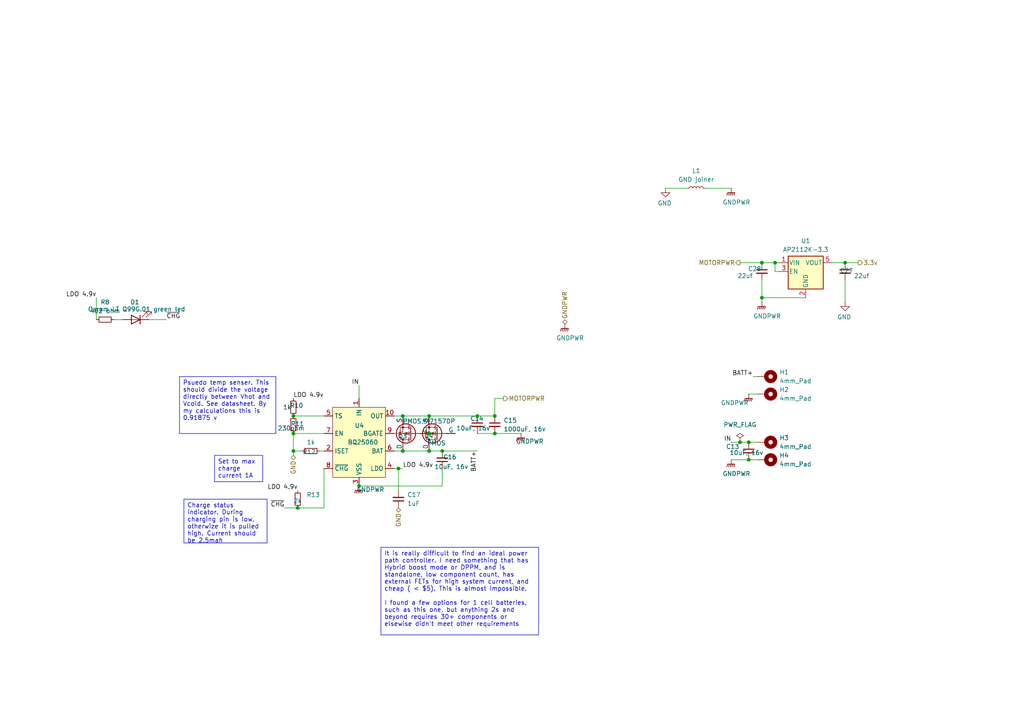
<source format=kicad_sch>
(kicad_sch (version 20231120) (generator "eeschema") (generator_version "8.0")
  (paper "A4")
  (title_block (date "2024-03-29") (rev "V1 Alpha"))
  (lib_symbols
    (symbol "Device:C_Small" (pin_numbers hide) (pin_names (offset 0.254) hide)
      (property "Reference" "C" (at 0.254 1.778 0))
      (property "Value" "C_Small" (at 0.254 -2.032 0))
      (symbol "C_Small_0_1"
        (polyline (pts (xy -1.524 -0.508) (xy 1.524 -0.508)) (stroke (width 0.3302)))
        (polyline (pts (xy -1.524 0.508) (xy 1.524 0.508)) (stroke (width 0.3048)))
      )
      (symbol "C_Small_1_1"
        (pin passive line (at 0 2.54 270) (length 2.032) (name "~") (number "1"))
        (pin passive line (at 0 -2.54 90) (length 2.032) (name "~") (number "2"))
      )
    )
    (symbol "Device:LED" (pin_numbers hide) (pin_names (offset 1.016) hide)
      (property "Reference" "D" (at 0 2.54 0))
      (property "Value" "LED" (at 0 -2.54 0))
      (symbol "LED_0_1"
        (polyline (pts (xy -1.27 -1.27) (xy -1.27 1.27)) (stroke (width 0.254)))
        (polyline (pts (xy -1.27 0) (xy 1.27 0)))
        (polyline (pts (xy 1.27 -1.27) (xy 1.27 1.27) (xy -1.27 0) (xy 1.27 -1.27)) (stroke (width 0.254)))
        (polyline (pts (xy -3.048 -0.762) (xy -4.572 -2.286) (xy -3.81 -2.286) (xy -4.572 -2.286) (xy -4.572 -1.524)))
        (polyline (pts (xy -1.778 -0.762) (xy -3.302 -2.286) (xy -2.54 -2.286) (xy -3.302 -2.286) (xy -3.302 -1.524)))
      )
      (symbol "LED_1_1"
        (pin passive line (at -3.81 0 0) (length 2.54) (name "K") (number "1"))
        (pin passive line (at 3.81 0 180) (length 2.54) (name "A") (number "2"))
      )
    )
    (symbol "Device:L_Small" (pin_numbers hide) (pin_names (offset 0.254) hide)
      (property "Reference" "L" (at 0.762 1.016 0))
      (property "Value" "L_Small" (at 0.762 -1.016 0))
      (symbol "L_Small_0_1"
        (arc (start 0 -2.032) (mid 0.5058 -1.524) (end 0 -1.016))
        (arc (start 0 -1.016) (mid 0.5058 -0.508) (end 0 0))
        (arc (start 0 0) (mid 0.5058 0.508) (end 0 1.016))
        (arc (start 0 1.016) (mid 0.5058 1.524) (end 0 2.032))
      )
      (symbol "L_Small_1_1"
        (pin passive line (at 0 2.54 270) (length 0.508) (name "~") (number "1"))
        (pin passive line (at 0 -2.54 90) (length 0.508) (name "~") (number "2"))
      )
    )
    (symbol "Device:R_Small" (pin_numbers hide) (pin_names (offset 0.254) hide)
      (property "Reference" "R" (at 0.762 0.508 0))
      (property "Value" "R_Small" (at 0.762 -1.016 0))
      (symbol "R_Small_0_1"
        (rectangle (start -0.762 1.778) (end 0.762 -1.778) (stroke (width 0.2032)))
      )
      (symbol "R_Small_1_1"
        (pin passive line (at 0 2.54 270) (length 0.762) (name "~") (number "1"))
        (pin passive line (at 0 -2.54 90) (length 0.762) (name "~") (number "2"))
      )
    )
    (symbol "Mechanical:MountingHole_Pad" (pin_numbers hide) (pin_names (offset 1.016) hide) (exclude_from_sim yes) (in_bom no)
      (property "Reference" "H" (at 0 6.35 0))
      (property "Value" "MountingHole_Pad" (at 0 4.445 0))
      (symbol "MountingHole_Pad_0_1"
        (circle (center 0 1.27) (radius 1.27) (stroke (width 1.27)))
      )
      (symbol "MountingHole_Pad_1_1"
        (pin input line (at 0 -2.54 90) (length 2.54) (name "1") (number "1"))
      )
    )
    (symbol "Regulator_Linear:AP2112K-3.3" (pin_names (offset 0.254))
      (property "Reference" "U" (at -5.08 5.715 0))
      (property "Value" "AP2112K-3.3" (at 0 5.715 0))
      (symbol "AP2112K-3.3_0_1"
        (rectangle (start -5.08 4.445) (end 5.08 -5.08) (stroke (width 0.254)) (fill (type background)))
      )
      (symbol "AP2112K-3.3_1_1"
        (pin power_in line (at -7.62 2.54 0) (length 2.54) (name "VIN") (number "1"))
        (pin power_in line (at 0 -7.62 90) (length 2.54) (name "GND") (number "2"))
        (pin input line (at -7.62 0 0) (length 2.54) (name "EN") (number "3"))
        (pin no_connect line (at 5.08 0 180) (length 2.54) hide (name "NC") (number "4"))
        (pin power_out line (at 7.62 2.54 180) (length 2.54) (name "VOUT") (number "5"))
      )
    )
    (symbol "Simulation_SPICE:PMOS" (pin_numbers hide) (pin_names (offset 0))
      (property "Reference" "Q1" (at 1.27 0.762 0))
      (property "Value" "PMOS, TPH1R712MDL1Q" (at -4.318 -1.778 0))
      (symbol "PMOS_0_1"
        (polyline (pts (xy 0.254 0) (xy -2.54 0)))
        (polyline (pts (xy 0.254 1.905) (xy 0.254 -1.905)) (stroke (width 0.254)))
        (polyline (pts (xy 0.762 -1.27) (xy 0.762 -2.286)) (stroke (width 0.254)))
        (polyline (pts (xy 0.762 0.508) (xy 0.762 -0.508)) (stroke (width 0.254)))
        (polyline (pts (xy 0.762 2.286) (xy 0.762 1.27)) (stroke (width 0.254)))
        (polyline (pts (xy 2.54 2.54) (xy 2.54 1.778)))
        (polyline (pts (xy 2.54 -2.54) (xy 2.54 0) (xy 0.762 0)))
        (polyline (pts (xy 0.762 1.778) (xy 3.302 1.778) (xy 3.302 -1.778) (xy 0.762 -1.778)))
        (polyline (pts (xy 2.286 0) (xy 1.27 0.381) (xy 1.27 -0.381) (xy 2.286 0)) (fill (type outline)))
        (polyline (pts (xy 2.794 -0.508) (xy 2.921 -0.381) (xy 3.683 -0.381) (xy 3.81 -0.254)))
        (polyline (pts (xy 3.302 -0.381) (xy 2.921 0.254) (xy 3.683 0.254) (xy 3.302 -0.381)))
        (circle (center 1.651 0) (radius 2.794) (stroke (width 0.254)))
        (circle (center 2.54 -1.778) (radius 0.254) (fill (type outline)))
        (circle (center 2.54 1.778) (radius 0.254) (fill (type outline)))
      )
      (symbol "PMOS_1_1"
        (pin passive line (at 2.54 -5.08 90) (length 2.54) (name "S") (number "1"))
        (pin passive line (at 2.54 -5.08 90) (length 2.54) (name "S") (number "2"))
        (pin passive line (at 2.54 -5.08 90) (length 2.54) (name "S") (number "3"))
        (pin input line (at -5.08 0 0) (length 2.54) (name "G") (number "4"))
        (pin passive line (at 2.54 5.08 270) (length 2.54) (name "D") (number "5"))
      )
    )
    (symbol "custom_Battery_Management:BQ25060"
      (property "Reference" "U" (at -6.35 11.43 0))
      (property "Value" "BQ25060" (at 7.62 11.43 0))
      (symbol "BQ25060_1_1"
        (rectangle (start -7.62 10.16) (end 7.62 -10.16) (fill (type background)))
        (pin power_in line (at 0 12.7 270) (length 2.54) (name "IN") (number "1"))
        (pin power_out line (at 10.16 7.62 180) (length 2.54) (name "OUT") (number "10"))
        (pin passive line (at 0 -12.7 90) (length 2.54) hide (name "VSS") (number "11"))
        (pin input line (at -10.16 -2.54 0) (length 2.54) (name "ISET") (number "2"))
        (pin power_in line (at 0 -12.7 90) (length 2.54) (name "VSS") (number "3"))
        (pin power_out line (at 10.16 -7.62 180) (length 2.54) (name "LDO") (number "4"))
        (pin input line (at -10.16 7.62 0) (length 2.54) (name "TS") (number "5"))
        (pin power_out line (at 10.16 -2.54 180) (length 2.54) (name "BAT") (number "6"))
        (pin input line (at -10.16 2.54 0) (length 2.54) (name "EN") (number "7"))
        (pin open_collector line (at -10.16 -7.62 0) (length 2.54) (name "~{CHG}") (number "8"))
        (pin output line (at 10.16 2.54 180) (length 2.54) (name "BGATE") (number "9"))
      )
    )
    (symbol "power:GND" (power) (pin_numbers hide) (pin_names (offset 0) hide)
      (property "Value" "GND" (at 0 -3.81 0))
      (symbol "GND_0_1"
        (polyline (pts (xy 0 0) (xy 0 -1.27) (xy 1.27 -1.27) (xy 0 -2.54) (xy -1.27 -1.27) (xy 0 -1.27)))
      )
      (symbol "GND_1_1"
        (pin power_in line (at 0 0 270) (length 0) (name "~") (number "1"))
      )
    )
    (symbol "power:GNDPWR" (power) (pin_numbers hide) (pin_names (offset 0) hide)
      (property "Value" "GNDPWR" (at 0 -3.302 0))
      (symbol "GNDPWR_0_1"
        (polyline (pts (xy 0 -1.27) (xy 0 0)))
        (polyline (pts (xy -1.016 -1.27) (xy -1.27 -2.032) (xy -1.27 -2.032)) (stroke (width 0.2032)))
        (polyline (pts (xy -0.508 -1.27) (xy -0.762 -2.032) (xy -0.762 -2.032)) (stroke (width 0.2032)))
        (polyline (pts (xy 0 -1.27) (xy -0.254 -2.032) (xy -0.254 -2.032)) (stroke (width 0.2032)))
        (polyline (pts (xy 0.508 -1.27) (xy 0.254 -2.032) (xy 0.254 -2.032)) (stroke (width 0.2032)))
        (polyline (pts (xy 1.016 -1.27) (xy -1.016 -1.27) (xy -1.016 -1.27)) (stroke (width 0.2032)))
        (polyline (pts (xy 1.016 -1.27) (xy 0.762 -2.032) (xy 0.762 -2.032) (xy 0.762 -2.032)) (stroke (width 0.2032)))
      )
      (symbol "GNDPWR_1_1"
        (pin power_in line (at 0 0 270) (length 0) (name "~") (number "1"))
      )
    )
    (symbol "power:PWR_FLAG" (power) (pin_numbers hide) (pin_names (offset 0) hide)
      (property "Value" "PWR_FLAG" (at 0 3.81 0))
      (symbol "PWR_FLAG_0_0"
        (pin power_out line (at 0 0 90) (length 0) (name "~") (number "1"))
      )
      (symbol "PWR_FLAG_0_1"
        (polyline (pts (xy 0 0) (xy 0 1.27) (xy -1.016 1.905) (xy 0 2.54) (xy 1.016 1.905) (xy 0 1.27)))
      )
    )
  )
  (junction (at 245.11 76.2))
  (junction (at 85.09 130.81))
  (junction (at 143.51 120.65))
  (junction (at 124.46 130.81))
  (junction (at 116.84 130.81))
  (junction (at 220.98 86.36))
  (junction (at 128.27 130.81))
  (junction (at 124.46 120.65))
  (junction (at 220.98 76.2))
  (junction (at 224.79 76.2))
  (junction (at 86.36 147.32))
  (junction (at 104.14 140.97))
  (junction (at 115.57 135.89))
  (junction (at 217.17 133.35))
  (junction (at 214.63 128.27))
  (junction (at 116.84 120.65))
  (junction (at 143.51 125.73))
  (junction (at 85.09 120.65))
  (junction (at 217.17 128.27))
  (junction (at 124.46 125.73))
  (junction (at 85.09 125.73))
  (junction (at 138.43 120.65))
  (wire (pts (xy 214.63 128.27) (xy 217.17 128.27)))
  (wire (pts (xy 233.68 86.36) (xy 220.98 86.36)))
  (wire (pts (xy 27.94 86.36) (xy 27.94 92.71)))
  (wire (pts (xy 220.98 81.28) (xy 220.98 86.36)))
  (wire (pts (xy 114.3 130.81) (xy 116.84 130.81)))
  (wire (pts (xy 116.84 120.65) (xy 124.46 120.65)))
  (wire (pts (xy 143.51 115.57) (xy 143.51 120.65)))
  (wire (pts (xy 245.11 81.28) (xy 245.11 87.63)))
  (wire (pts (xy 114.3 120.65) (xy 116.84 120.65)))
  (wire (pts (xy 204.47 54.61) (xy 212.09 54.61)))
  (wire (pts (xy 214.63 76.2) (xy 220.98 76.2)))
  (wire (pts (xy 124.46 120.65) (xy 138.43 120.65)))
  (wire (pts (xy 226.06 78.74) (xy 224.79 78.74)))
  (wire (pts (xy 115.57 135.89) (xy 115.57 142.24)))
  (wire (pts (xy 128.27 135.89) (xy 128.27 140.97)))
  (wire (pts (xy 115.57 135.89) (xy 116.84 135.89)))
  (wire (pts (xy 85.09 130.81) (xy 85.09 132.08)))
  (wire (pts (xy 143.51 115.57) (xy 146.05 115.57)))
  (wire (pts (xy 224.79 78.74) (xy 224.79 76.2)))
  (wire (pts (xy 93.98 147.32) (xy 86.36 147.32)))
  (wire (pts (xy 212.09 133.35) (xy 217.17 133.35)))
  (wire (pts (xy 35.56 92.71) (xy 33.02 92.71)))
  (wire (pts (xy 104.14 140.97) (xy 128.27 140.97)))
  (wire (pts (xy 92.71 130.81) (xy 93.98 130.81)))
  (wire (pts (xy 138.43 125.73) (xy 143.51 125.73)))
  (wire (pts (xy 114.3 135.89) (xy 115.57 135.89)))
  (wire (pts (xy 143.51 120.65) (xy 138.43 120.65)))
  (wire (pts (xy 220.98 86.36) (xy 220.98 87.63)))
  (wire (pts (xy 217.17 128.27) (xy 219.71 128.27)))
  (wire (pts (xy 193.04 54.61) (xy 199.39 54.61)))
  (wire (pts (xy 224.79 76.2) (xy 226.06 76.2)))
  (wire (pts (xy 212.09 128.27) (xy 214.63 128.27)))
  (wire (pts (xy 245.11 76.2) (xy 248.92 76.2)))
  (wire (pts (xy 104.14 111.76) (xy 104.14 115.57)))
  (wire (pts (xy 124.46 125.73) (xy 132.08 125.73)))
  (wire (pts (xy 241.3 76.2) (xy 245.11 76.2)))
  (wire (pts (xy 114.3 125.73) (xy 124.46 125.73)))
  (wire (pts (xy 85.09 125.73) (xy 85.09 130.81)))
  (wire (pts (xy 218.44 109.22) (xy 219.71 109.22)))
  (wire (pts (xy 220.98 76.2) (xy 224.79 76.2)))
  (wire (pts (xy 143.51 125.73) (xy 151.13 125.73)))
  (wire (pts (xy 93.98 147.32) (xy 93.98 135.89)))
  (wire (pts (xy 124.46 130.81) (xy 128.27 130.81)))
  (wire (pts (xy 85.09 130.81) (xy 87.63 130.81)))
  (wire (pts (xy 43.18 92.71) (xy 48.26 92.71)))
  (wire (pts (xy 116.84 130.81) (xy 124.46 130.81)))
  (wire (pts (xy 93.98 125.73) (xy 85.09 125.73)))
  (wire (pts (xy 86.36 147.32) (xy 82.55 147.32)))
  (wire (pts (xy 128.27 130.81) (xy 138.43 130.81)))
  (wire (pts (xy 217.17 133.35) (xy 219.71 133.35)))
  (wire (pts (xy 85.09 120.65) (xy 93.98 120.65)))
  (wire (pts (xy 217.17 114.3) (xy 219.71 114.3)))
  (text_box "Charge status indicator. During charging pin is low, otherwize it is pulled high. Current should be 2.5mah" (at 53.34 144.78 0) (size 24.13 12.7) (effects (font (size 1.27 1.27)) (justify left top)))
  (text_box "It is really difficult to find an ideal power path controller. I need something that has Hybrid boost mode or DPPM, and is standalone, low component count, has external FETs for high system current, and cheap ( < $5). This is almost impossible. \n\nI found a few options for 1 cell batteries, such as this one, but anything 2s and beyond requires 30+ components or elsewise didn't meet other requirements" (at 110.49 158.75 0) (size 45.72 25.4) (effects (font (size 1.27 1.27)) (justify left top)))
  (text_box "Psuedo temp senser. This should divide the voltage directly between Vhot and Vcold. See datasheet. By my calculations this is 0.91875 v" (at 52.07 109.22 0) (size 27.94 16.51) (effects (font (size 1.27 1.27)) (justify left top)))
  (text_box "Set to max charge current 1A" (at 62.23 132.08 0) (size 13.97 7.62) (effects (font (size 1.27 1.27)) (justify left top)))
  (label "BATT+" (at 218.44 109.22 180))
  (label "BATT+" (at 138.43 130.81 270))
  (label "~{CHG}" (at 82.55 147.32 180))
  (label "LDO 4.9v" (at 85.09 115.57 0))
  (label "LDO 4.9v" (at 86.36 142.24 180))
  (label "IN" (at 104.14 111.76 180))
  (label "~{CHG}" (at 48.26 92.71 0))
  (label "LDO 4.9v" (at 27.94 86.36 180))
  (label "LDO 4.9v" (at 116.84 135.89 0))
  (label "IN" (at 212.09 128.27 180))
  (hierarchical_label "MOTORPWR" (shape output) (at 214.63 76.2 180))
  (hierarchical_label "GND" (shape bidirectional) (at 115.57 147.32 270))
  (hierarchical_label "3.3v" (shape output) (at 248.92 76.2 0))
  (hierarchical_label "MOTORPWR" (shape output) (at 146.05 115.57 0))
  (hierarchical_label "GNDPWR" (shape bidirectional) (at 163.83 93.98 90))
  (hierarchical_label "GND" (shape bidirectional) (at 85.09 132.08 270))
  (symbol (lib_id "power:GND") (at 245.11 87.63 0) (unit 1)
    (property "Reference" "#PWR05" (effects (hide yes)))
    (property "Value" "GND" (at 244.856 91.948 0))
    (property "Description" "Power symbol creates a global label with name \"GND\" , ground" (effects (hide yes)))
  )
  (symbol (lib_id "Device:R_Small") (at 30.48 92.71 90) (unit 1)
    (property "Reference" "R8" (at 30.48 87.63 90))
    (property "Value" "402 ohm" (at 30.48 90.17 90))
    (property "Footprint" "Resistor_SMD:R_0603_1608Metric" (effects (hide yes)))
    (property "Description" "Resistor, small symbol" (effects (hide yes)))
  )
  (symbol (lib_id "Device:C_Small") (at 115.57 144.78 180) (unit 1)
    (property "Reference" "C17" (at 118.11 143.5035 0) (effects (justify right)))
    (property "Value" "1uF" (at 118.11 146.0435 0) (effects (justify right)))
    (property "Footprint" "Capacitor_SMD:C_0603_1608Metric_Pad1.08x0.95mm_HandSolder" (effects (hide yes)))
    (property "Description" "Unpolarized capacitor, small symbol" (effects (hide yes)))
  )
  (symbol (lib_id "Device:R_Small") (at 85.09 118.11 0) (unit 1)
    (property "Reference" "R10" (at 84.074 117.602 0) (effects (justify left)))
    (property "Value" "1k" (at 82.042 118.11 0) (effects (justify left)))
    (property "Footprint" "Resistor_SMD:R_0603_1608Metric_Pad0.98x0.95mm_HandSolder" (effects (hide yes)))
    (property "Description" "Resistor, small symbol" (effects (hide yes)))
  )
  (symbol (lib_id "Device:C_Small") (at 217.17 130.81 0) (unit 1)
    (property "Reference" "C13" (at 210.566 129.54 0) (effects (justify left)))
    (property "Value" "10uF, 16v" (at 211.582 131.318 0) (effects (justify left)))
    (property "Footprint" "Capacitor_SMD:C_0603_1608Metric_Pad1.08x0.95mm_HandSolder" (effects (hide yes)))
    (property "Description" "Unpolarized capacitor, small symbol" (effects (hide yes)))
  )
  (symbol (lib_id "Device:C_Small") (at 128.27 133.35 180) (unit 1)
    (property "Reference" "C16" (at 128.524 132.588 0) (effects (justify right)))
    (property "Value" "10uF, 16v" (at 125.984 135.382 0) (effects (justify right)))
    (property "Footprint" "Capacitor_SMD:C_0603_1608Metric_Pad1.08x0.95mm_HandSolder" (effects (hide yes)))
    (property "Description" "Unpolarized capacitor, small symbol" (effects (hide yes)))
  )
  (symbol (lib_id "power:GNDPWR") (at 220.98 87.63 0) (unit 1)
    (property "Reference" "#PWR038" (effects (hide yes)))
    (property "Value" "GNDPWR" (at 222.504 91.694 0))
    (property "Description" "Power symbol creates a global label with name \"GNDPWR\" , global ground" (effects (hide yes)))
  )
  (symbol (lib_id "power:PWR_FLAG") (at 214.63 128.27 0) (unit 1)
    (property "Reference" "#FLG05" (effects (hide yes)))
    (property "Value" "PWR_FLAG" (at 214.63 123.19 0))
    (property "Description" "Special symbol for telling ERC where power comes from" (effects (hide yes)))
  )
  (symbol (lib_id "Device:LED") (at 39.37 92.71 180) (unit 1)
    (property "Reference" "D1" (at 39.116 87.63 0))
    (property "Value" "Osram LT Q99G.01 green led" (at 39.624 89.662 0))
    (property "Footprint" "LED_SMD:LED_0603_1608Metric_Pad1.05x0.95mm_HandSolder" (effects (hide yes)))
    (property "Description" "Light emitting diode" (effects (hide yes)))
  )
  (symbol (lib_id "Device:R_Small") (at 90.17 130.81 90) (unit 1)
    (property "Reference" "R12" (at 89.662 131.064 90))
    (property "Value" "1k" (at 90.17 128.27 90))
    (property "Footprint" "Resistor_SMD:R_0603_1608Metric_Pad0.98x0.95mm_HandSolder" (effects (hide yes)))
    (property "Description" "Resistor, small symbol" (effects (hide yes)))
  )
  (symbol (lib_id "power:GND") (at 193.04 54.61 0) (unit 1)
    (property "Reference" "#PWR011" (effects (hide yes)))
    (property "Value" "GND" (at 192.786 58.928 0))
    (property "Description" "Power symbol creates a global label with name \"GND\" , ground" (effects (hide yes)))
  )
  (symbol (lib_id "Device:C_Small") (at 143.51 123.19 0) (unit 1)
    (property "Reference" "C15" (at 146.05 121.9262 0) (effects (justify left)))
    (property "Value" "1000uF, 16v" (at 146.05 124.4662 0) (effects (justify left)))
    (property "Footprint" "Capacitor_THT:C_Radial_D5.0mm_H5.0mm_P2.00mm" (effects (hide yes)))
    (property "Description" "Unpolarized capacitor, small symbol" (effects (hide yes)))
  )
  (symbol (lib_id "Device:R_Small") (at 86.36 144.78 180) (unit 1)
    (property "Reference" "R13" (at 88.9 143.5099 0) (effects (justify right)))
    (property "Value" "2k" (at 85.09 145.288 0) (effects (justify right)))
    (property "Footprint" "Resistor_SMD:R_0603_1608Metric_Pad0.98x0.95mm_HandSolder" (effects (hide yes)))
    (property "Description" "Resistor, small symbol" (effects (hide yes)))
  )
  (symbol (lib_id "Mechanical:MountingHole_Pad") (at 222.25 133.35 270) (unit 1) (exclude_from_sim yes) (in_bom no)
    (property "Reference" "H4" (at 226.06 132.0799 90) (effects (justify left)))
    (property "Value" "4mm_Pad" (at 226.06 134.6199 90) (effects (justify left)))
    (property "Footprint" "TestPoint:TestPoint_Pad_4.0x4.0mm" (effects (hide yes)))
    (property "Description" "Mounting Hole with connection" (effects (hide yes)))
  )
  (symbol (lib_id "Device:R_Small") (at 85.09 123.19 0) (unit 1)
    (property "Reference" "R11" (at 84.328 122.936 0) (effects (justify left)))
    (property "Value" "230ohm" (at 80.518 124.206 0) (effects (justify left)))
    (property "Footprint" "Resistor_SMD:R_0603_1608Metric_Pad0.98x0.95mm_HandSolder" (effects (hide yes)))
    (property "Description" "Resistor, small symbol" (effects (hide yes)))
  )
  (symbol (lib_id "Regulator_Linear:AP2112K-3.3") (at 233.68 78.74 0) (unit 1)
    (property "Reference" "U1" (at 233.68 69.85 0))
    (property "Value" "AP2112K-3.3" (at 233.68 72.39 0))
    (property "Footprint" "Package_TO_SOT_SMD:SOT-23-5" (effects (hide yes)))
    (property "Datasheet" "https://www.diodes.com/assets/Datasheets/AP2112.pdf" (effects (hide yes)))
    (property "Description" "600mA low dropout linear regulator, with enable pin, 3.8V-6V input voltage range, 3.3V fixed positive output, SOT-23-5" (effects (hide yes)))
  )
  (symbol (lib_id "Simulation_SPICE:PMOS") (at 119.38 125.73 180) (unit 1)
    (property "Reference" "Q3" (at 118.11 126.492 0) (effects (justify left)))
    (property "Value" "PMOS,Si7157DP" (at 132.08 122.174 0) (effects (justify left)))
    (property "Footprint" "Package_DFN_QFN:PQFN-8-EP_6x5mm_P1.27mm_Generic" (effects (hide yes)))
    (property "Datasheet" "https://ngspice.sourceforge.io/docs/ngspice-html-manual/manual.xhtml#cha_MOSFETs" (effects (hide yes)))
    (property "Description" "P-MOSFET transistor, TPH1R712MD,L1Q " (effects (hide yes)))
    (property "Sim.Device" "PMOS" (effects (hide yes)))
    (property "Sim.Type" "VDMOS" (effects (hide yes)))
    (property "Sim.Pins" "1,2,3=S 4=G 5=D" (effects (hide yes)))
  )
  (symbol (lib_id "power:GNDPWR") (at 104.14 140.97 0) (unit 1)
    (property "Reference" "#PWR022" (effects (hide yes)))
    (property "Value" "GNDPWR" (at 107.442 141.986 0))
    (property "Description" "Power symbol creates a global label with name \"GNDPWR\" , global ground" (effects (hide yes)))
  )
  (symbol (lib_id "Mechanical:MountingHole_Pad") (at 222.25 109.22 270) (unit 1) (exclude_from_sim yes) (in_bom no)
    (property "Reference" "H1" (at 226.06 107.9499 90) (effects (justify left)))
    (property "Value" "4mm_Pad" (at 226.06 110.4899 90) (effects (justify left)))
    (property "Footprint" "TestPoint:TestPoint_Pad_4.0x4.0mm" (effects (hide yes)))
    (property "Description" "Mounting Hole with connection" (effects (hide yes)))
  )
  (symbol (lib_id "Device:C_Small") (at 220.98 78.74 0) (unit 1)
    (property "Reference" "C28" (at 216.916 77.978 0) (effects (justify left)))
    (property "Value" "22uf" (at 213.868 80.01 0) (effects (justify left)))
    (property "Footprint" "Capacitor_SMD:C_0603_1608Metric" (effects (hide yes)))
    (property "Description" "Unpolarized capacitor, small symbol" (effects (hide yes)))
  )
  (symbol (lib_id "Mechanical:MountingHole_Pad") (at 222.25 114.3 270) (unit 1) (exclude_from_sim yes) (in_bom no)
    (property "Reference" "H2" (at 226.06 113.0299 90) (effects (justify left)))
    (property "Value" "4mm_Pad" (at 226.06 115.5699 90) (effects (justify left)))
    (property "Footprint" "TestPoint:TestPoint_Pad_4.0x4.0mm" (effects (hide yes)))
    (property "Description" "Mounting Hole with connection" (effects (hide yes)))
  )
  (symbol (lib_id "Device:L_Small") (at 201.93 54.61 90) (unit 1)
    (property "Reference" "L1" (at 201.93 49.53 90))
    (property "Value" "GND joiner" (at 201.93 52.07 90))
    (property "Footprint" "Jumper:SolderJumper-2_P1.3mm_Bridged_Pad1.0x1.5mm" (effects (hide yes)))
    (property "Description" "Inductor, small symbol" (effects (hide yes)))
  )
  (symbol (lib_id "Simulation_SPICE:PMOS") (at 127 125.73 180) (unit 1)
    (property "Reference" "Q4" (at 125.73 126.492 0) (effects (justify left)))
    (property "Value" "PMOS" (at 129.286 128.524 0) (effects (justify left)))
    (property "Footprint" "Package_DFN_QFN:PQFN-8-EP_6x5mm_P1.27mm_Generic" (effects (hide yes)))
    (property "Datasheet" "https://ngspice.sourceforge.io/docs/ngspice-html-manual/manual.xhtml#cha_MOSFETs" (effects (hide yes)))
    (property "Description" "P-MOSFET transistor, TPH1R712MD,L1Q " (effects (hide yes)))
    (property "Sim.Device" "PMOS" (effects (hide yes)))
    (property "Sim.Type" "VDMOS" (effects (hide yes)))
    (property "Sim.Pins" "1,2,3=S 4=G 5=D" (effects (hide yes)))
  )
  (symbol (lib_id "power:GNDPWR") (at 151.13 125.73 0) (unit 1)
    (property "Reference" "#PWR020" (effects (hide yes)))
    (property "Value" "GNDPWR" (at 153.67 128.016 0))
    (property "Description" "Power symbol creates a global label with name \"GNDPWR\" , global ground" (effects (hide yes)))
  )
  (symbol (lib_id "Device:C_Small") (at 138.43 123.19 0) (unit 1)
    (property "Reference" "C14" (at 136.398 121.412 0) (effects (justify left)))
    (property "Value" "10uF, 16v" (at 132.334 124.206 0) (effects (justify left)))
    (property "Footprint" "Capacitor_SMD:C_0603_1608Metric_Pad1.08x0.95mm_HandSolder" (effects (hide yes)))
    (property "Description" "Unpolarized capacitor, small symbol" (effects (hide yes)))
  )
  (symbol (lib_id "Device:C_Small") (at 245.11 78.74 0) (unit 1)
    (property "Reference" "C27" (at 243.586 78.486 0) (effects (justify left)))
    (property "Value" "22uf" (at 247.65 80.0162 0) (effects (justify left)))
    (property "Footprint" "Capacitor_SMD:C_0603_1608Metric" (effects (hide yes)))
    (property "Description" "Unpolarized capacitor, small symbol" (effects (hide yes)))
  )
  (symbol (lib_id "Mechanical:MountingHole_Pad") (at 222.25 128.27 270) (unit 1) (exclude_from_sim yes) (in_bom no)
    (property "Reference" "H3" (at 226.06 126.9999 90) (effects (justify left)))
    (property "Value" "4mm_Pad" (at 226.06 129.5399 90) (effects (justify left)))
    (property "Footprint" "TestPoint:TestPoint_Pad_4.0x4.0mm" (effects (hide yes)))
    (property "Description" "Mounting Hole with connection" (effects (hide yes)))
  )
  (symbol (lib_id "power:GNDPWR") (at 212.09 54.61 0) (unit 1)
    (property "Reference" "#PWR012" (effects (hide yes)))
    (property "Value" "GNDPWR" (at 213.614 58.674 0))
    (property "Description" "Power symbol creates a global label with name \"GNDPWR\" , global ground" (effects (hide yes)))
  )
  (symbol (lib_id "power:GNDPWR") (at 212.09 133.35 0) (unit 1)
    (property "Reference" "#PWR019" (effects (hide yes)))
    (property "Value" "GNDPWR" (at 213.614 137.414 0))
    (property "Description" "Power symbol creates a global label with name \"GNDPWR\" , global ground" (effects (hide yes)))
  )
  (symbol (lib_id "power:GNDPWR") (at 217.17 114.3 0) (unit 1)
    (property "Reference" "#PWR037" (effects (hide yes)))
    (property "Value" "GNDPWR" (at 213.106 116.84 0))
    (property "Description" "Power symbol creates a global label with name \"GNDPWR\" , global ground" (effects (hide yes)))
  )
  (symbol (lib_id "custom_Battery_Management:BQ25060") (at 104.14 128.27 0) (unit 1)
    (property "Reference" "U4" (at 102.87 123.444 0) (effects (justify left)))
    (property "Value" "BQ25060" (at 100.838 128.27 0) (effects (justify left)))
    (property "Footprint" "custom_Power:WSON-10-1EP_2x3mm_P0.5mm_EP0.84x2.4mm_ThermalVias_0.3mm" (effects (hide yes)))
    (property "Datasheet" "https://www.ti.com/lit/ds/symlink/bq25060.pdf" (effects (hide yes)))
    (property "Description" "1A, Single-Input, Single Cell Li-Ion Battery Charger with 50-mA LDO, and External Power Path Control" (effects (hide yes)))
  )
  (symbol (lib_id "power:GNDPWR") (at 163.83 93.98 0) (unit 1)
    (property "Reference" "#PWR021" (effects (hide yes)))
    (property "Value" "GNDPWR" (at 165.354 98.044 0))
    (property "Description" "Power symbol creates a global label with name \"GNDPWR\" , global ground" (effects (hide yes)))
  )
)
</source>
